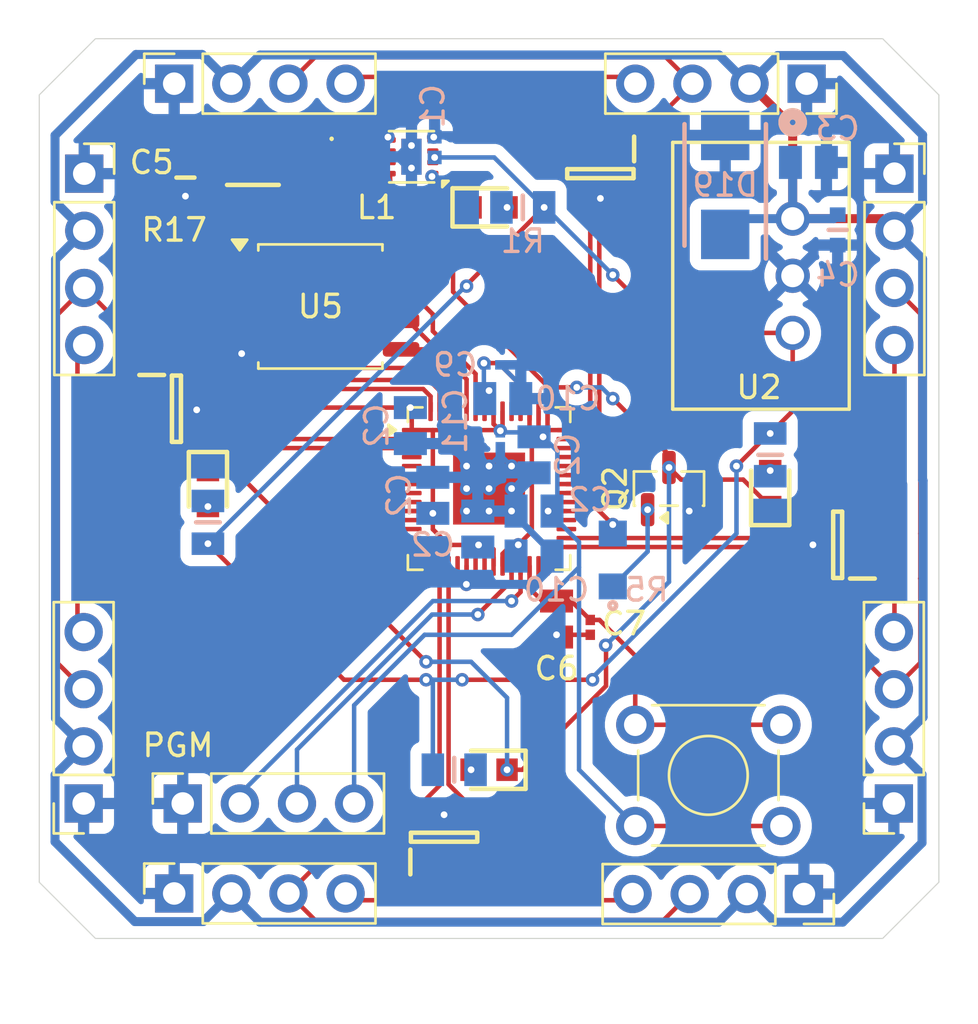
<source format=kicad_pcb>
(kicad_pcb (version 20241229) (generator "pcbnew") (generator_version "9.0")
  (layers (0 "F.Cu" signal) (2 "B.Cu" signal) (13 "F.Paste" user) (15 "B.Paste" user) (5 "F.SilkS" user "F.Silkscreen") (7 "B.SilkS" user "B.Silkscreen") (1 "F.Mask" user) (3 "B.Mask" user) (25 "Edge.Cuts" user))
  (net 0 "")
  (net 1 "/5V_LOCAL")
  (net 2 "GND")
  (net 3 "/3.3V_LOCAL")
  (net 4 "VCC")
  (net 5 "Net-(U1-VREG_VOUT)")
  (net 6 "Net-(D1-A)")
  (net 7 "Net-(D2-A)")
  (net 8 "Net-(D3-A)")
  (net 9 "Net-(D4-A)")
  (net 10 "/N_RX")
  (net 11 "/N_TX")
  (net 12 "/E_TX")
  (net 13 "/E_RX")
  (net 14 "/S_RX")
  (net 15 "/S_TX")
  (net 16 "/W_RX")
  (net 17 "/W_TX")
  (net 18 "Net-(J9-Pin_3)")
  (net 19 "Net-(J9-Pin_2)")
  (net 20 "Net-(U3-SW)")
  (net 21 "Net-(U3-PG)")
  (net 22 "Net-(U1-QSPI_SD2)")
  (net 24 "Net-(U1-QSPI_SCLK)")
  (net 26 "Net-(U1-QSPI_SS)")
  (net 27 "Net-(U1-QSPI_SD3)")
  (net 33 "Net-(U1-QSPI_SD0)")
  (net 39 "Net-(U1-QSPI_SD1)")
  (net 48 "Net-(SW1-B)")
  (net 51 "Net-(D1-K)")
  (net 53 "unconnected-(U1-GPIO11-Pad14)")
  (net 55 "Net-(U1-GPIO23)")
  (net 56 "Net-(Q2-B)")
  (footprint "SamacSys_Parts:RBT10W24S05_XPP_XPR" (layer "F.Cu") (at 148.5 43 -90)
    (property "Reference" "U2")
    (property "Value" "RBT05W24S05")
  )
  (footprint "SamacSys_Parts:LEDC1608X115N" (layer "F.Cu") (at 147.5 55 90)
    (property "Reference" "D2" (hide yes))
    (property "Value" "LED" (hide yes))
  )
  (footprint "SamacSys_Parts:LEDC1608X115N" (layer "F.Cu") (at 122.5 55 -90)
    (property "Reference" "D4" (hide yes))
    (property "Value" "LED" (hide yes))
  )
  (footprint "SamacSys_Parts:LEDC1608X115N" (layer "F.Cu") (at 135 67.5 180)
    (property "Reference" "D3" (hide yes))
    (property "Value" "LED" (hide yes))
  )
  (footprint "Button_Switch_THT:SW_TH_Tactile_Omron_B3F-100x" (layer "F.Cu") (at 148 70 180)
    (property "Reference" "SW1" (hide yes))
    (property "Value" "SW_Push_Open")
  )
  (footprint "Package_SON:WSON-8-1EP_2x2mm_P0.5mm_EP0.9x1.6mm_ThermalVias" (layer "F.Cu") (at 131.55 40.25 180)
    (property "Reference" "U3" (hide yes))
    (property "Value" "TPS62162DSG")
  )
  (footprint "Connector_PinSocket_2.54mm:PinSocket_1x04_P2.54mm_Vertical" (layer "F.Cu") (at 121.38 69 90)
    (property "Reference" "J9" (hide yes))
    (property "Value" "2.54mm_ProgrammingPin")
  )
  (footprint "SamacSys_Parts:CAPC0603X33N" (layer "F.Cu") (at 139.5 61.17 -90)
    (property "Reference" "C7")
    (property "Value" "1uF" (hide yes))
  )
  (footprint "Connector_PinSocket_2.54mm:PinSocket_1x04_P2.54mm_Vertical" (layer "F.Cu") (at 116.975 69 180)
    (property "Reference" "J8" (hide yes))
    (property "Value" "1x4_Pogo")
  )
  (footprint "Connector_PinSocket_2.54mm:PinSocket_1x04_P2.54mm_Vertical" (layer "F.Cu") (at 153 69 180)
    (property "Reference" "J4" (hide yes))
    (property "Value" "1x4_Pogo")
  )
  (footprint "SamacSys_Parts:LCENA2016MKT2R2M0NK" (layer "F.Cu") (at 128 41.2 -90)
    (property "Reference" "L1")
    (property "Value" "2.2uH" (hide yes))
  )
  (footprint "SamacSys_Parts:SOT95P248X115-3N" (layer "F.Cu") (at 150.5 57.5 180)
    (property "Reference" "D18" (hide yes))
    (property "Value" "VGSOT03C-HG3-08" (hide yes))
  )
  (footprint "SamacSys_Parts:LEDC1608X115N" (layer "F.Cu") (at 135 42.5)
    (property "Reference" "D1" (hide yes))
    (property "Value" "LED" (hide yes))
  )
  (footprint "Connector_PinSocket_2.54mm:PinSocket_1x04_P2.54mm_Vertical" (layer "F.Cu") (at 121 37 90)
    (property "Reference" "J1" (hide yes))
    (property "Value" "1x4_Pogo")
  )
  (footprint "SamacSys_Parts:GRM18x" (layer "F.Cu") (at 121.5 41.175 -90)
    (property "Reference" "C5")
    (property "Value" "22uF" (hide yes))
  )
  (footprint "SamacSys_Parts:TNPW0805100KFHEA" (layer "F.Cu") (at 124.5 41.5 -90)
    (property "Reference" "R17")
    (property "Value" "100k" (hide yes))
  )
  (footprint "Connector_PinSocket_2.54mm:PinSocket_1x04_P2.54mm_Vertical" (layer "F.Cu") (at 149.12 37 -90)
    (property "Reference" "J2" (hide yes))
    (property "Value" "1x4_Pogo")
  )
  (footprint "SamacSys_Parts:SOT95P248X115-3N" (layer "F.Cu") (at 121.1 51.45)
    (property "Reference" "D21" (hide yes))
    (property "Value" "VGSOT03C-HG3-08" (hide yes))
  )
  (footprint "Package_SO:SOIC-8_5.3x5.3mm_P1.27mm" (layer "F.Cu") (at 127.5 46.905)
    (property "Reference" "U5")
    (property "Value" "W25Q16JVSS")
  )
  (footprint "Connector_PinSocket_2.54mm:PinSocket_1x04_P2.54mm_Vertical" (layer "F.Cu") (at 149 73.025 -90)
    (property "Reference" "J6" (hide yes))
    (property "Value" "1x4_Pogo")
  )
  (footprint "Package_TO_SOT_SMD:SOT-23" (layer "F.Cu") (at 143 55 90)
    (property "Reference" "Q2")
    (property "Value" "MMBT3904")
  )
  (footprint "Package_DFN_QFN:QFN-56-1EP_7x7mm_P0.4mm_EP3.2x3.2mm" (layer "F.Cu") (at 135 55)
    (property "Reference" "U1" (hide yes))
    (property "Value" "RP2040")
  )
  (footprint "SamacSys_Parts:CAPC2012X140N" (layer "F.Cu") (at 138 60.8 -90)
    (property "Reference" "C6")
    (property "Value" "0.1uF" (hide yes))
  )
  (footprint "Connector_PinSocket_2.54mm:PinSocket_1x04_P2.54mm_Vertical" (layer "F.Cu") (at 121 73 90)
    (property "Reference" "J5" (hide yes))
    (property "Value" "1x4_Pogo")
  )
  (footprint "SamacSys_Parts:SOT95P248X115-3N" (layer "F.Cu") (at 139.95 41 -90)
    (property "Reference" "D17" (hide yes))
    (property "Value" "VGSOT03C-HG3-08" (hide yes))
  )
  (footprint "SamacSys_Parts:SOT95P248X115-3N" (layer "F.Cu") (at 133 70.5 90)
    (property "Reference" "D20" (hide yes))
    (property "Value" "VGSOT03C-HG3-08" (hide yes))
  )
  (footprint "Connector_PinSocket_2.54mm:PinSocket_1x04_P2.54mm_Vertical" (layer "F.Cu") (at 117 41)
    (property "Reference" "J7" (hide yes))
    (property "Value" "1x4_Pogo")
  )
  (footprint "Connector_PinSocket_2.54mm:PinSocket_1x04_P2.54mm_Vertical" (layer "F.Cu") (at 153.025 41)
    (property "Reference" "J3" (hide yes))
    (property "Value" "1x4_Pogo")
  )
  (footprint "SamacSys_Parts:CAPC2012X140N" (layer "B.Cu") (at 131.5 52.2 -90)
    (property "Reference" "C2")
    (property "Value" "0.1uF" (hide yes))
  )
  (footprint "SamacSys_Parts:CAPC2012X140N" (layer "B.Cu") (at 137 53.5 -90)
    (property "Reference" "C2")
    (property "Value" "0.1uF" (hide yes))
  )
  (footprint "SamacSys_Parts:CAPC1005X70N" (layer "B.Cu") (at 132.58 39.82 90)
    (property "Reference" "C1")
    (property "Value" "10uF" (hide yes))
  )
  (footprint "SamacSys_Parts:CAPC2012X140N" (layer "B.Cu") (at 134.5 56.8 90)
    (property "Reference" "C2")
    (property "Value" "0.1uF" (hide yes))
  )
  (footprint "SamacSys_Parts:CAPC0603X33N" (layer "B.Cu") (at 135.17 49.5)
    (property "Reference" "C9")
    (property "Value" "1uF" (hide yes))
  )
  (footprint "SamacSys_Parts:CRCW1210200RJNEAIF" (layer "B.Cu") (at 136.5 42.5 180)
    (property "Reference" "R1")
    (property "Value" "200" (hide yes))
  )
  (footprint "SamacSys_Parts:CAPC2012X140N" (layer "B.Cu") (at 149.2 40.5)
    (property "Reference" "C3")
    (property "Value" "0.1uF" (hide yes))
  )
  (footprint "SamacSys_Parts:DIOM5436X244N" (layer "B.Cu") (at 145.5 41.5 90)
    (property "Reference" "D19")
    (property "Value" "SMBJ15A" (hide yes))
  )
  (footprint "SamacSys_Parts:CAPC2012X140N" (layer "B.Cu") (at 132.5 55.3 90)
    (property "Reference" "C2")
    (property "Value" "0.1uF" (hide yes))
  )
  (footprint "SamacSys_Parts:CAPC2012X140N" (layer "B.Cu") (at 135.61 51)
    (property "Reference" "C10")
    (property "Value" "0.1uF" (hide yes))
  )
  (footprint "SamacSys_Parts:CRCW1210200RJNEAIF" (layer "B.Cu") (at 147.5 53.5 -90)
    (property "Reference" "R2" (hide yes))
    (property "Value" "200" (hide yes))
  )
  (footprint "SamacSys_Parts:CAPC2012X140N" (layer "B.Cu") (at 137 58)
    (property "Reference" "C10")
    (property "Value" "0.1uF" (hide yes))
  )
  (footprint "SamacSys_Parts:CAPC2012X140N" (layer "B.Cu") (at 137 56 180)
    (property "Reference" "C2")
    (property "Value" "0.1uF" (hide yes))
  )
  (footprint "SamacSys_Parts:CRCW1210200RJNEAIF" (layer "B.Cu") (at 122.5 56.5 90)
    (property "Reference" "R4" (hide yes))
    (property "Value" "200" (hide yes))
  )
  (footprint "SamacSys_Parts:GRM18x" (layer "B.Cu") (at 150.5 43.5 -90)
    (property "Reference" "C4")
    (property "Value" "22uF" (hide yes))
  )
  (footprint "SamacSys_Parts:CRCW1210200RJNEAIF" (layer "B.Cu") (at 133.45 67.5)
    (property "Reference" "R3" (hide yes))
    (property "Value" "200" (hide yes))
  )
  (footprint "SamacSys_Parts:CAPC0603X33N" (layer "B.Cu") (at 135.5 52.83 -90)
    (property "Reference" "C11")
    (property "Value" "1uF" (hide yes))
  )
  (footprint "SamacSys_Parts:ERJ-UP6D1001V" (layer "B.Cu") (at 140.5 58.175 90)
    (property "Reference" "R5")
    (property "Value" "1k" (hide yes))
  )
  (gr_line (start 155 37.5) (end 152.5 35) (stroke (width 0.05)) (layer "Edge.Cuts"))
  (gr_line (start 117.5 75) (end 152.5 75) (stroke (width 0.05)) (layer "Edge.Cuts"))
  (gr_line (start 152.5 75) (end 155 72.5) (stroke (width 0.05)) (layer "Edge.Cuts"))
  (gr_line (start 155 72.5) (end 155 37.5) (stroke (width 0.05)) (layer "Edge.Cuts"))
  (gr_line (start 115 37.5) (end 115 72.5) (stroke (width 0.05)) (layer "Edge.Cuts"))
  (gr_line (start 152.5 35) (end 117.5 35) (stroke (width 0.05)) (layer "Edge.Cuts"))
  (gr_line (start 115 37.5) (end 117.5 35) (stroke (width 0.05)) (layer "Edge.Cuts"))
  (gr_line (start 115 72.5) (end 117.5 75) (stroke (width 0.05)) (layer "Edge.Cuts"))
  (gr_text "PGM" (at 119.5 67 0) (layer "F.SilkS") (effects (font (size 1 1)) (justify left bottom)))
  (segment (start 132.5 40) (end 132.5 40.5) (width 0.2) (layer "F.Cu") (net 1))
  (segment (start 147.45 52.55) (end 147.5 52.55) (width 0.2) (layer "F.Cu") (net 1))
  (segment (start 139.6 63.5) (end 133.8 63.5) (width 0.2) (layer "F.Cu") (net 1))
  (segment (start 132.5 40.36) (end 132.58 40.28) (width 0.2) (layer "F.Cu") (net 1))
  (segment (start 128.55 63.5) (end 122.5 57.45) (width 0.2) (layer "F.Cu") (net 1))
  (segment (start 143.081 48.08) (end 140.501 45.5) (width 0.2) (layer "F.Cu") (net 1))
  (segment (start 132.200001 63.5) (end 128.55 63.5) (width 0.2) (layer "F.Cu") (net 1))
  (segment (start 148.5 48.08) (end 143.081 48.08) (width 0.2) (layer "F.Cu") (net 1))
  (segment (start 132.5 40.5) (end 132.5 40.36) (width 0.2) (layer "F.Cu") (net 1))
  (segment (start 146 54) (end 147.45 52.55) (width 0.2) (layer "F.Cu") (net 1))
  (segment (start 148.5 48.08) (end 148.5 51.55) (width 0.2) (layer "F.Cu") (net 1))
  (segment (start 134 45.95) (end 134 46) (width 0.2) (layer "F.Cu") (net 1))
  (segment (start 137.45 42.5) (end 134 45.95) (width 0.2) (layer "F.Cu") (net 1))
  (segment (start 148.5 51.55) (end 147.5 52.55) (width 0.2) (layer "F.Cu") (net 1))
  (via (at 132.200001 63.5) (size 0.6) (drill 0.3) (layers "F.Cu" "B.Cu") (net 1))
  (via (at 122.5 57.45) (size 0.6) (drill 0.3) (layers "F.Cu" "B.Cu") (net 1))
  (via (at 132.58 40.28) (size 0.6) (drill 0.3) (layers "F.Cu" "B.Cu") (net 1))
  (via (at 140.501 45.5) (size 0.6) (drill 0.3) (layers "F.Cu" "B.Cu") (net 1))
  (via (at 146 54) (size 0.6) (drill 0.3) (layers "F.Cu" "B.Cu") (net 1))
  (via (at 133.8 63.5) (size 0.6) (drill 0.3) (layers "F.Cu" "B.Cu") (net 1))
  (via (at 137.45 42.5) (size 0.6) (drill 0.3) (layers "F.Cu" "B.Cu") (net 1))
  (via (at 134 46) (size 0.6) (drill 0.3) (layers "F.Cu" "B.Cu") (net 1))
  (via (at 139.6 63.5) (size 0.6) (drill 0.3) (layers "F.Cu" "B.Cu") (net 1))
  (via (at 147.5 52.55) (size 0.6) (drill 0.3) (layers "F.Cu" "B.Cu") (net 1))
  (segment (start 132.58 40.28) (end 135.23 40.28) (width 0.2) (layer "B.Cu") (net 1))
  (segment (start 133.95 46) (end 122.5 57.45) (width 0.2) (layer "B.Cu") (net 1))
  (segment (start 137.45 42.5) (end 137.501 42.5) (width 0.2) (layer "B.Cu") (net 1))
  (segment (start 137.501 42.5) (end 140.501 45.5) (width 0.2) (layer "B.Cu") (net 1))
  (segment (start 134 46) (end 133.95 46) (width 0.2) (layer "B.Cu") (net 1))
  (segment (start 132.5 67.5) (end 132.5 63.5) (width 0.2) (layer "B.Cu") (net 1))
  (segment (start 132.200001 63.5) (end 132.5 63.5) (width 0.2) (layer "B.Cu") (net 1))
  (segment (start 135.23 40.28) (end 137.45 42.5) (width 0.2) (layer "B.Cu") (net 1))
  (segment (start 139.6 63.4) (end 139.6 63.5) (width 0.2) (layer "B.Cu") (net 1))
  (segment (start 140 63) (end 139.6 63.4) (width 0.2) (layer "B.Cu") (net 1))
  (segment (start 146 57) (end 146 54) (width 0.2) (layer "B.Cu") (net 1))
  (segment (start 133.8 63.5) (end 132.5 63.5) (width 0.2) (layer "B.Cu") (net 1))
  (segment (start 140 63) (end 146 57) (width 0.2) (layer "B.Cu") (net 1))
  (segment (start 122.05 51.45) (end 122 51.5) (width 0.2) (layer "F.Cu") (net 2))
  (segment (start 139.5 61.5) (end 138.1 61.5) (width 0.2) (layer "F.Cu") (net 2))
  (segment (start 123.9125 48.9125) (end 124 49) (width 0.2) (layer "F.Cu") (net 2))
  (segment (start 122.2 51.45) (end 122.05 51.45) (width 0.2) (layer "F.Cu") (net 2))
  (segment (start 133 69.4) (end 133 69.5) (width 0.2) (layer "F.Cu") (net 2))
  (segment (start 134 59.248125) (end 133.990306 59.257819) (width 0.2) (layer "F.Cu") (net 2))
  (segment (start 143.95 55.95) (end 143.9 56) (width 0.2) (layer "F.Cu") (net 2))
  (segment (start 138.1 61.5) (end 138 61.6) (width 0.2) (layer "F.Cu") (net 2))
  (segment (start 132.5 39.413845) (end 132.538845 39.375) (width 0.2) (layer "F.Cu") (net 2))
  (segment (start 130.6 39.5) (end 130.6 39.471638) (width 0.2) (layer "F.Cu") (net 2))
  (segment (start 121.5 41.85) (end 121.5 42) (width 0.2) (layer "F.Cu") (net 2))
  (segment (start 138 61.6) (end 138 61.5) (width 0.2) (layer "F.Cu") (net 2))
  (segment (start 123.9125 48.81) (end 123.9125 48.9125) (width 0.2) (layer "F.Cu") (net 2))
  (segment (start 143.95 55.9375) (end 143.95 55.95) (width 0.2) (layer "F.Cu") (net 2))
  (segment (start 134 58.4375) (end 134 59.248125) (width 0.2) (layer "F.Cu") (net 2))
  (segment (start 132.5 39.5) (end 132.5 39.413845) (width 0.2) (layer "F.Cu") (net 2))
  (segment (start 132.5 41.086137) (end 132.461137 41.125) (width 0.2) (layer "F.Cu") (net 2))
  (segment (start 132.5 41) (end 132.5 41.086137) (width 0.2) (layer "F.Cu") (net 2))
  (segment (start 130.6 39.471638) (end 130.503362 39.375) (width 0.2) (layer "F.Cu") (net 2))
  (via (at 135 56) (size 0.6) (drill 0.3) (layers "F.Cu" "B.Cu") (net 2))
  (via (at 132.538845 39.375) (size 0.6) (drill 0.3) (layers "F.Cu" "B.Cu") (net 2))
  (via (at 132.461137 41.125) (size 0.6) (drill 0.3) (layers "F.Cu" "B.Cu") (net 2))
  (via (at 134 54) (size 0.6) (drill 0.3) (layers "F.Cu" "B.Cu") (net 2))
  (via (at 149.4 57.5) (size 0.6) (drill 0.3) (layers "F.Cu" "B.Cu") (net 2))
  (via (at 134 56) (size 0.6) (drill 0.3) (layers "F.Cu" "B.Cu") (net 2))
  (via (at 136 55) (size 0.6) (drill 0.3) (layers "F.Cu" "B.Cu") (net 2))
  (via (at 136 56) (size 0.6) (drill 0.3) (layers "F.Cu" "B.Cu") (net 2))
  (via (at 122 51.5) (size 0.6) (drill 0.3) (layers "F.Cu" "B.Cu") (net 2))
  (via (at 135 55) (size 0.6) (drill 0.3) (layers "F.Cu" "B.Cu") (net 2))
  (via (at 143.9 56) (size 0.6) (drill 0.3) (layers "F.Cu" "B.Cu") (net 2))
  (via (at 133.990306 59.257819) (size 0.6) (drill 0.3) (layers "F.Cu" "B.Cu") (net 2))
  (via (at 135 54) (size 0.6) (drill 0.3) (layers "F.Cu" "B.Cu") (net 2))
  (via (at 130.503362 39.375) (size 0.6) (drill 0.3) (layers "F.Cu" "B.Cu") (net 2))
  (via (at 136 54) (size 0.6) (drill 0.3) (layers "F.Cu" "B.Cu") (net 2))
  (via (at 121.5 42) (size 0.6) (drill 0.3) (layers "F.Cu" "B.Cu") (net 2))
  (via (at 134 55) (size 0.6) (drill 0.3) (layers "F.Cu" "B.Cu") (net 2))
  (via (at 138 61.5) (size 0.6) (drill 0.3) (layers "F.Cu" "B.Cu") (net 2))
  (via (at 139.95 42.1) (size 0.6) (drill 0.3) (layers "F.Cu" "B.Cu") (net 2))
  (via (at 124 49) (size 0.6) (drill 0.3) (layers "F.Cu" "B.Cu") (net 2))
  (via (at 133 69.5) (size 0.6) (drill 0.3) (layers "F.Cu" "B.Cu") (net 2))
  (segment (start 136.2 55.1) (end 137 54.3) (width 0.6) (layer "B.Cu") (net 2))
  (segment (start 137.8 58) (end 137.8 58.447) (width 0.4) (layer "B.Cu") (net 2))
  (segment (start 136.989181 59.257819) (end 133.990306 59.257819) (width 0.4) (layer "B.Cu") (net 2))
  (segment (start 137.8 58.447) (end 136.989181 59.257819) (width 0.4) (layer "B.Cu") (net 2))
  (segment (start 136.41 51) (end 136.41 50.41) (width 0.2) (layer "B.Cu") (net 2))
  (segment (start 135.5 53.5) (end 135 54) (width 0.2) (layer "B.Cu") (net 2))
  (segment (start 135.5 53.5) (end 136 54) (width 0.2) (layer "B.Cu") (net 2))
  (segment (start 136.2 56.247) (end 136.2 56) (width 0.2) (layer "B.Cu") (net 2))
  (segment (start 137.8 57.847) (end 136.2 56.247) (width 0.3) (layer "B.Cu") (net 2))
  (segment (start 136.41 50.41) (end 135.5 49.5) (width 0.2) (layer "B.Cu") (net 2))
  (segment (start 136.2 56) (end 136.2 55.1) (width 0.6) (layer "B.Cu") (net 2))
  (segment (start 135.5 53.16) (end 135.5 53.5) (width 0.2) (layer "B.Cu") (net 2))
  (segment (start 132.5 56.1) (end 132.5 52.4) (width 0.2) (layer "F.Cu") (net 3))
  (segment (start 135.600001 51.5625) (end 135.600001 52.329997) (width 0.2) (layer "F.Cu") (net 3))
  (segment (start 131.5625 52.4) (end 132.5 52.4) (width 0.2) (layer "F.Cu") (net 3))
  (segment (start 135.600001 52.329997) (end 135.5 52.429998) (width 0.2) (layer "F.Cu") (net 3))
  (segment (start 124.5 40) (end 124 40) (width 0.2) (layer "F.Cu") (net 3))
  (segment (start 132.5 56.81) (end 133.196166 57.506166) (width 0.2) (layer "F.Cu") (net 3))
  (segment (start 135.470002 52.4) (end 135.5 52.429998) (width 0.2) (layer "F.Cu") (net 3))
  (segment (start 131.5625 56) (end 132.4 56) (width 0.2) (layer "F.Cu") (net 3))
  (segment (start 124 40) (end 123.5 40.5) (width 0.2) (layer "F.Cu") (net 3))
  (segment (start 133.196166 57.506166) (end 134.533207 57.506166) (width 0.2) (layer "F.Cu") (net 3))
  (segment (start 132.5 52.4) (end 135.470002 52.4) (width 0.2) (layer "F.Cu") (net 3))
  (segment (start 141.5 70) (end 148 70) (width 0.2) (layer "F.Cu") (net 3))
  (segment (start 135.2 52.129998) (end 135.5 52.429998) (width 0.2) (layer "F.Cu") (net 3))
  (segment (start 137.199999 52.499999) (end 137.4 52.7) (width 0.2) (layer "F.Cu") (net 3))
  (segment (start 138.4375 52.4) (end 137.7 52.4) (width 0.2) (layer "F.Cu") (net 3))
  (segment (start 137.199999 51.5625) (end 137.199999 52.499999) (width 0.2) (layer "F.Cu") (net 3))
  (segment (start 123.5 40.5) (end 121.5 40.5) (width 0.2) (layer "F.Cu") (net 3))
  (segment (start 131.5625 51.4625) (end 131.5 51.4) (width 0.2) (layer "F.Cu") (net 3))
  (segment (start 128.4 40) (end 130.6 40) (width 0.2) (layer "F.Cu") (net 3))
  (segment (start 121.997 42.503) (end 124.5 40) (width 0.2) (layer "F.Cu") (net 3))
  (segment (start 137.6 51.5625) (end 137.6 52.5) (width 0.2) (layer "F.Cu") (net 3))
  (segment (start 122.871 44.374) (end 121.997 43.5) (width 0.2) (layer "F.Cu") (net 3))
  (segment (start 137.7 52.4) (end 137.4 52.7) (width 0.2) (layer "F.Cu") (net 3))
  (segment (start 121.997 49.50119) (end 121.997 43.5) (width 0.2) (layer "F.Cu") (net 3))
  (segment (start 128 40.4) (end 124.9 40.4) (width 0.2) (layer "F.Cu") (net 3))
  (segment (start 131.0875 45) (end 130.4615 44.374) (width 0.2) (layer "F.Cu") (net 3))
  (segment (start 130.4615 44.374) (end 122.871 44.374) (width 0.2) (layer "F.Cu") (net 3))
  (segment (start 131.5 51.4) (end 123.89581 51.4) (width 0.2) (layer "F.Cu") (net 3))
  (segment (start 135.2 57.7) (end 135.006166 57.506166) (width 0.2) (layer "F.Cu") (net 3))
  (segment (start 121.997 43.5) (end 121.997 42.503) (width 0.2) (layer "F.Cu") (net 3))
  (segment (start 135.2 58.4375) (end 135.2 57.7) (width 0.2) (layer "F.Cu") (net 3))
  (segment (start 138.4375 56) (end 137.624832 56) (width 0.2) (layer "F.Cu") (net 3))
  (segment (start 132.5 56.1) (end 132.5 56.81) (width 0.2) (layer "F.Cu") (net 3))
  (segment (start 137.624832 56) (end 137.624698 56.000134) (width 0.2) (layer "F.Cu") (net 3))
  (segment (start 135.006166 57.506166) (end 134.533207 57.506166) (width 0.2) (layer "F.Cu") (net 3))
  (segment (start 131.5625 52.4) (end 131.5625 51.4625) (width 0.2) (layer "F.Cu") (net 3))
  (segment (start 137.6 52.5) (end 137.4 52.7) (width 0.2) (layer "F.Cu") (net 3))
  (segment (start 123.89581 51.4) (end 121.997 49.50119) (width 0.2) (layer "F.Cu") (net 3))
  (segment (start 124.9 40.4) (end 124.5 40) (width 0.2) (layer "F.Cu") (net 3))
  (segment (start 132.4 56) (end 132.5 56.1) (width 0.2) (layer "F.Cu") (net 3))
  (segment (start 128 40.4) (end 128.4 40) (width 0.2) (layer "F.Cu") (net 3))
  (segment (start 135.2 51.5625) (end 135.2 52.129998) (width 0.2) (layer "F.Cu") (net 3))
  (via (at 137.4 52.7) (size 0.6) (drill 0.3) (layers "F.Cu" "B.Cu") (net 3))
  (via (at 134.533207 57.506166) (size 0.6) (drill 0.3) (layers "F.Cu" "B.Cu") (net 3))
  (via (at 132.5 56.1) (size 0.6) (drill 0.3) (layers "F.Cu" "B.Cu") (net 3))
  (via (at 131.5 51.4) (size 0.6) (drill 0.3) (layers "F.Cu" "B.Cu") (net 3))
  (via (at 137.624698 56.000134) (size 0.6) (drill 0.3) (layers "F.Cu" "B.Cu") (net 3))
  (via (at 135.5 52.429998) (size 0.6) (drill 0.3) (layers "F.Cu" "B.Cu") (net 3))
  (segment (start 139 58.5) (end 139 67.5) (width 0.2) (layer "B.Cu") (net 3))
  (segment (start 135.5 52.5) (end 136.8 52.5) (width 0.2) (layer "B.Cu") (net 3))
  (segment (start 139 58.5) (end 136 61.5) (width 0.2) (layer "B.Cu") (net 3))
  (segment (start 137.624698 56.000134) (end 139 57.375436) (width 0.2) (layer "B.Cu") (net 3))
  (segment (start 136.8 52.5) (end 137 52.7) (width 0.2) (layer "B.Cu") (net 3))
  (segment (start 139 67.5) (end 141.5 70) (width 0.2) (layer "B.Cu") (net 3))
  (segment (start 138.036 55.588832) (end 138.036 53.336) (width 0.2) (layer "B.Cu") (net 3))
  (segment (start 129 64.6342) (end 129 69) (width 0.2) (layer "B.Cu") (net 3))
  (segment (start 136 61.5) (end 132.1342 61.5) (width 0.2) (layer "B.Cu") (net 3))
  (segment (start 138.036 53.336) (end 137.4 52.7) (width 0.2) (layer "B.Cu") (net 3))
  (segment (start 132.1342 61.5) (end 129 64.6342) (width 0.2) (layer "B.Cu") (net 3))
  (segment (start 139 57.375436) (end 139 58.5) (width 0.2) (layer "B.Cu") (net 3))
  (segment (start 137.624698 56.000134) (end 138.036 55.588832) (width 0.2) (layer "B.Cu") (net 3))
  (segment (start 152.485 43) (end 153.025 43.54) (width 0.4) (layer "F.Cu") (net 4))
  (segment (start 148.5 43) (end 148.5 38.92) (width 0.4) (layer "F.Cu") (net 4))
  (segment (start 148.5 43) (end 152.485 43) (width 0.4) (layer "F.Cu") (net 4))
  (segment (start 148.5 38.92) (end 146.58 37) (width 0.4) (layer "F.Cu") (net 4))
  (segment (start 146.5 37) (end 145.224 35.724) (width 0.4) (layer "B.Cu") (net 4))
  (segment (start 153.025 43.54) (end 154.276 44.791) (width 0.4) (layer "B.Cu") (net 4))
  (segment (start 124.816 35.724) (end 123.54 37) (width 0.4) (layer "B.Cu") (net 4))
  (segment (start 150.749 35.749) (end 152.25 37.25) (width 0.4) (layer "B.Cu") (net 4))
  (segment (start 153 66.46) (end 154.251 67.711) (width 0.4) (layer "B.Cu") (net 4))
  (segment (start 119.251 74.251) (end 115.701 70.701) (width 0.4) (layer "B.Cu") (net 4))
  (segment (start 123.54 73) (end 122.289 74.251) (width 0.4) (layer "B.Cu") (net 4))
  (segment (start 154.299 65.161) (end 153 66.46) (width 0.4) (layer "B.Cu") (net 4))
  (segment (start 154.276 39.276) (end 154.276 42.289) (width 0.4) (layer "B.Cu") (net 4))
  (segment (start 122.241 35.701) (end 123.54 37) (width 0.4) (layer "B.Cu") (net 4))
  (segment (start 150.325 43) (end 150.5 42.825) (width 0.4) (layer "B.Cu") (net 4))
  (segment (start 146.46 73.025) (end 145.209 74.276) (width 0.4) (layer "B.Cu") (net 4))
  (segment (start 146.58 37) (end 146.5 37) (width 0.4) (layer "B.Cu") (net 4))
  (segment (start 146.58 37) (end 147.831 35.749) (width 0.4) (layer "B.Cu") (net 4))
  (segment (start 147.711 74.276) (end 146.46 73.025) (width 0.4) (layer "B.Cu") (net 4))
  (segment (start 154.276 54.624) (end 154.299 54.647) (width 0.4) (layer "B.Cu") (net 4))
  (segment (start 154.251 70.749) (end 150.724 74.276) (width 0.4) (layer "B.Cu") (net 4))
  (segment (start 154.276 42.289) (end 153.025 43.54) (width 0.4) (layer "B.Cu") (net 4))
  (segment (start 150.724 74.276) (end 147.711 74.276) (width 0.4) (layer "B.Cu") (net 4))
  (segment (start 154.251 67.711) (end 154.251 70.749) (width 0.4) (layer "B.Cu") (net 4))
  (segment (start 124.816 74.276) (end 123.54 73) (width 0.4) (layer "B.Cu") (net 4))
  (segment (start 116.975 66.46) (end 115.724 65.209) (width 0.4) (layer "B.Cu") (net 4))
  (segment (start 115.701 70.701) (end 115.701 67.734) (width 0.4) (layer "B.Cu") (net 4))
  (segment (start 115.701 39.299) (end 119.299 35.701) (width 0.4) (layer "B.Cu") (net 4))
  (segment (start 148.5 43) (end 150.325 43) (width 0.4) (layer "B.Cu") (net 4))
  (segment (start 148.5 43) (end 148.5 40.6) (width 0.4) (layer "B.Cu") (net 4))
  (segment (start 147.831 35.749) (end 150.749 35.749) (width 0.4) (layer "B.Cu") (net 4))
  (segment (start 154.299 54.647) (end 154.299 65.161) (width 0.4) (layer "B.Cu") (net 4))
  (segment (start 154.276 44.791) (end 154.276 54.624) (width 0.4) (layer "B.Cu") (net 4))
  (segment (start 148.5 40.6) (end 148.4 40.5) (width 0.4) (layer "B.Cu") (net 4))
  (segment (start 115.724 65.209) (end 115.724 44.816) (width 0.4) (layer "B.Cu") (net 4))
  (segment (start 119.299 35.701) (end 122.241 35.701) (width 0.4) (layer "B.Cu") (net 4))
  (segment (start 146.2 43) (end 145.5 43.7) (width 0.4) (layer "B.Cu") (net 4))
  (segment (start 122.289 74.251) (end 119.251 74.251) (width 0.4) (layer "B.Cu") (net 4))
  (segment (start 115.701 67.734) (end 116.975 66.46) (width 0.4) (layer "B.Cu") (net 4))
  (segment (start 152.25 37.25) (end 154.276 39.276) (width 0.4) (layer "B.Cu") (net 4))
  (segment (start 115.724 44.816) (end 117 43.54) (width 0.4) (layer "B.Cu") (net 4))
  (segment (start 115.701 42.241) (end 115.701 39.299) (width 0.4) (layer "B.Cu") (net 4))
  (segment (start 145.209 74.276) (end 124.816 74.276) (width 0.4) (layer "B.Cu") (net 4))
  (segment (start 117 43.54) (end 115.701 42.241) (width 0.4) (layer "B.Cu") (net 4))
  (segment (start 145.224 35.724) (end 124.816 35.724) (width 0.4) (layer "B.Cu") (net 4))
  (segment (start 148.5 43) (end 146.2 43) (width 0.4) (layer "B.Cu") (net 4))
  (segment (start 136.3 57.5) (end 136.302 57.5) (width 0.2) (layer "F.Cu") (net 5))
  (segment (start 135.600001 57.899999) (end 136 57.5) (width 0.2) (layer "F.Cu") (net 5))
  (segment (start 136 57.5) (end 136.3 57.5) (width 0.2) (layer "F.Cu") (net 5))
  (segment (start 136.8 52.998) (end 136.901 53.099) (width 0.2) (layer "F.Cu") (net 5))
  (segment (start 136.901 53.099) (end 136.901 56.901) (width 0.2) (layer "F.Cu") (net 5))
  (segment (start 136.8 51.5625) (end 136.8 50.8) (width 0.2) (layer "F.Cu") (net 5))
  (segment (start 134.8 51.5625) (end 134.8 50.845228) (width 0.2) (layer "F.Cu") (net 5))
  (segment (start 136.8 50.8) (end 135.421471 49.421471) (width 0.2) (layer "F.Cu") (net 5))
  (segment (start 136.8 51.5625) (end 136.8 52.998) (width 0.2) (layer "F.Cu") (net 5))
  (segment (start 134.8 50.845228) (end 134.999999 50.645229) (width 0.2) (layer "F.Cu") (net 5))
  (segment (start 135.600001 58.4375) (end 135.600001 57.899999) (width 0.2) (layer "F.Cu") (net 5))
  (segment (start 135.421471 49.421471) (end 134.77 49.421471) (width 0.2) (layer "F.Cu") (net 5))
  (segment (start 136.302 57.5) (end 136.901 56.901) (width 0.2) (layer "F.Cu") (net 5))
  (via (at 134.77 49.421471) (size 0.6) (drill 0.3) (layers "F.Cu" "B.Cu") (net 5))
  (via (at 134.999999 50.645229) (size 0.6) (drill 0.3) (layers "F.Cu" "B.Cu") (net 5))
  (via (at 136.3 57.5) (size 0.6) (drill 0.3) (layers "F.Cu" "B.Cu") (net 5))
  (segment (start 134.77 50.41523) (end 134.999999 50.645229) (width 0.2) (layer "B.Cu") (net 5))
  (segment (start 134.77 49.421471) (end 134.77 50.41523) (width 0.2) (layer "B.Cu") (net 5))
  (via (at 135.8 42.5) (size 0.6) (drill 0.3) (layers "F.Cu" "B.Cu") (net 6))
  (segment (start 135.55 42.5) (end 135.8 42.5) (width 0.2) (layer "B.Cu") (net 6))
  (via (at 147.5 54.2) (size 0.6) (drill 0.3) (layers "F.Cu" "B.Cu") (net 7))
  (segment (start 147.5 54.45) (end 147.5 54.2) (width 0.2) (layer "B.Cu") (net 7))
  (via (at 134.2 67.5) (size 0.6) (drill 0.3) (layers "F.Cu" "B.Cu") (net 8))
  (segment (start 134.4 67.5) (end 134.2 67.5) (width 0.2) (layer "B.Cu") (net 8))
  (via (at 122.5 55.8) (size 0.6) (drill 0.3) (layers "F.Cu" "B.Cu") (net 9))
  (segment (start 122.5 55.55) (end 122.5 55.8) (width 0.2) (layer "B.Cu") (net 9))
  (segment (start 139 42.5) (end 139.5 43) (width 0.2) (layer "F.Cu") (net 10))
  (segment (start 139.5 54) (end 139.100001 54.399999) (width 0.2) (layer "F.Cu") (net 10))
  (segment (start 139 39.9) (end 139 36.699) (width 0.2) (layer "F.Cu") (net 10))
  (segment (start 141.199 36.699) (end 141.5 37) (width 0.2) (layer "F.Cu") (net 10))
  (segment (start 139.100001 54.399999) (end 138.4375 54.399999) (width 0.2) (layer "F.Cu") (net 10))
  (segment (start 139 36.699) (end 128.921 36.699) (width 0.2) (layer "F.Cu") (net 10))
  (segment (start 128.921 36.699) (end 128.62 37) (width 0.2) (layer "F.Cu") (net 10))
  (segment (start 139 39.9) (end 139 42.5) (width 0.2) (layer "F.Cu") (net 10))
  (segment (start 139 36.699) (end 141.199 36.699) (width 0.2) (layer "F.Cu") (net 10))
  (segment (start 139.5 43) (end 139.5 54) (width 0.2) (layer "F.Cu") (net 10))
  (segment (start 138.4375 54.8) (end 139.265102 54.8) (width 0.2) (layer "F.Cu") (net 11))
  (segment (start 141.14 39.9) (end 144.04 37) (width 0.2) (layer "F.Cu") (net 11))
  (segment (start 142.864 35.824) (end 144.04 37) (width 0.2) (layer "F.Cu") (net 11))
  (segment (start 139.901 54.1661) (end 139.901 43.599) (width 0.2) (layer "F.Cu") (net 11))
  (segment (start 140.9 42.6) (end 140.9 39.9) (width 0.2) (layer "F.Cu") (net 11))
  (segment (start 127.256 35.824) (end 142.864 35.824) (width 0.2) (layer "F.Cu") (net 11))
  (segment (start 139.266101 54.800999) (end 139.901 54.1661) (width 0.2) (layer "F.Cu") (net 11))
  (segment (start 127.256 35.824) (end 126.08 37) (width 0.2) (layer "F.Cu") (net 11))
  (segment (start 139.901 43.599) (end 140.9 42.6) (width 0.2) (layer "F.Cu") (net 11))
  (segment (start 140.9 39.9) (end 141.14 39.9) (width 0.2) (layer "F.Cu") (net 11))
  (segment (start 139.265102 54.8) (end 139.266101 54.800999) (width 0.2) (layer "F.Cu") (net 11))
  (segment (start 154.176 62.744) (end 153 63.92) (width 0.2) (layer "F.Cu") (net 12))
  (segment (start 154.176 47.231) (end 154.176 57) (width 0.2) (layer "F.Cu") (net 12))
  (segment (start 151.449 58.601) (end 151.6 58.45) (width 0.2) (layer "F.Cu") (net 12))
  (segment (start 154.176 57) (end 154.176 58.998765) (width 0.2) (layer "F.Cu") (net 12))
  (segment (start 151.6 62.52) (end 151.6 58.45) (width 0.2) (layer "F.Cu") (net 12))
  (segment (start 148.1 57.6) (end 149.101 58.601) (width 0.2) (layer "F.Cu") (net 12))
  (segment (start 154.176 59) (end 154.176 62.744) (width 0.2) (layer "F.Cu") (net 12))
  (segment (start 151.6 62.52) (end 153 63.92) (width 0.2) (layer "F.Cu") (net 12))
  (segment (start 153.025 46.08) (end 154.176 47.231) (width 0.2) (layer "F.Cu") (net 12))
  (segment (start 138.4375 57.6) (end 148.1 57.6) (width 0.2) (layer "F.Cu") (net 12))
  (segment (start 154.174765 59) (end 154.176 59) (width 0.2) (layer "F.Cu") (net 12))
  (segment (start 149.101 58.601) (end 151.449 58.601) (width 0.2) (layer "F.Cu") (net 12))
  (segment (start 154.176 58.998765) (end 154.174765 59) (width 0.2) (layer "F.Cu") (net 12))
  (segment (start 153.025 56.5) (end 153.025 57) (width 0.2) (layer "F.Cu") (net 13))
  (segment (start 148.898 56.55) (end 151.6 56.55) (width 0.2) (layer "F.Cu") (net 13))
  (segment (start 153.025 48.62) (end 153.025 56.5) (width 0.2) (layer "F.Cu") (net 13))
  (segment (start 153.025 61.355) (end 153 61.38) (width 0.2) (layer "F.Cu") (net 13))
  (segment (start 152.975 56.55) (end 153.025 56.5) (width 0.2) (layer "F.Cu") (net 13))
  (segment (start 148.248001 57.199999) (end 148.898 56.55) (width 0.2) (layer "F.Cu") (net 13))
  (segment (start 138.4375 57.199999) (end 148.248001 57.199999) (width 0.2) (layer "F.Cu") (net 13))
  (segment (start 151.6 56.55) (end 152.975 56.55) (width 0.2) (layer "F.Cu") (net 13))
  (segment (start 153.025 57) (end 153.025 61.355) (width 0.2) (layer "F.Cu") (net 13))
  (segment (start 134 73.301) (end 141.104 73.301) (width 0.2) (layer "F.Cu") (net 14))
  (segment (start 133.95 68.898) (end 133.95 71.6) (width 0.2) (layer "F.Cu") (net 14))
  (segment (start 128.921 73.301) (end 128.62 73) (width 0.2) (layer "F.Cu") (net 14))
  (segment (start 132.5 73.301) (end 128.921 73.301) (width 0.2) (layer "F.Cu") (net 14))
  (segment (start 133.95 73.251) (end 134 73.301) (width 0.2) (layer "F.Cu") (net 14))
  (segment (start 132.5 73.301) (end 134 73.301) (width 0.2) (layer "F.Cu") (net 14))
  (segment (start 133.2 68.148) (end 133.95 68.898) (width 0.2) (layer "F.Cu") (net 14))
  (segment (start 133.2 58.4375) (end 133.2 68.148) (width 0.2) (layer "F.Cu") (net 14))
  (segment (start 141.104 73.301) (end 141.38 73.025) (width 0.2) (layer "F.Cu") (net 14))
  (segment (start 133.95 71.6) (end 133.95 73.251) (width 0.2) (layer "F.Cu") (net 14))
  (segment (start 143.92 73.025) (end 142.769 74.176) (width 0.2) (layer "F.Cu") (net 15))
  (segment (start 132.05 68.95) (end 132.05 71.6) (width 0.2) (layer "F.Cu") (net 15))
  (segment (start 132.800001 58.4375) (end 132.800001 68.199999) (width 0.2) (layer "F.Cu") (net 15))
  (segment (start 142.769 74.176) (end 127.256 74.176) (width 0.2) (layer "F.Cu") (net 15))
  (segment (start 132.800001 68.199999) (end 132.05 68.95) (width 0.2) (layer "F.Cu") (net 15))
  (segment (start 126.08 73) (end 127.48 71.6) (width 0.2) (layer "F.Cu") (net 15))
  (segment (start 127.48 71.6) (end 132.05 71.6) (width 0.2) (layer "F.Cu") (net 15))
  (segment (start 127.256 74.176) (end 126.08 73) (width 0.2) (layer "F.Cu") (net 15))
  (segment (start 119.9 52.5) (end 120 52.4) (width 0.2) (layer "F.Cu") (net 16))
  (segment (start 120.8 53.2) (end 120 52.4) (width 0.2) (layer "F.Cu") (net 16))
  (segment (start 116.699 52.5) (end 116.699 48.921) (width 0.2) (layer "F.Cu") (net 16))
  (segment (start 131.5625 53.2) (end 120.8 53.2) (width 0.2) (layer "F.Cu") (net 16))
  (segment (start 116.699 48.921) (end 117 48.62) (width 0.2) (layer "F.Cu") (net 16))
  (segment (start 116.699 52.5) (end 119.9 52.5) (width 0.2) (layer "F.Cu") (net 16))
  (segment (start 116.699 52.5) (end 116.699 61.104) (width 0.2) (layer "F.Cu") (net 16))
  (segment (start 116.699 61.104) (end 116.975 61.38) (width 0.2) (layer "F.Cu") (net 16))
  (segment (start 131.5625 52.800001) (end 122.098001 52.800001) (width 0.2) (layer "F.Cu") (net 17))
  (segment (start 115.824 62.769) (end 116.975 63.92) (width 0.2) (layer "F.Cu") (net 17))
  (segment (start 115.824 47.256) (end 115.824 62.769) (width 0.2) (layer "F.Cu") (net 17))
  (segment (start 120 49.08) (end 117 46.08) (width 0.2) (layer "F.Cu") (net 17))
  (segment (start 120 50.702) (end 120 50.5) (width 0.2) (layer "F.Cu") (net 17))
  (segment (start 120 50.5) (end 120 49.08) (width 0.2) (layer "F.Cu") (net 17))
  (segment (start 117 46.08) (end 115.824 47.256) (width 0.2) (layer "F.Cu") (net 17))
  (segment (start 122.098001 52.800001) (end 120 50.702) (width 0.2) (layer "F.Cu") (net 17))
  (segment (start 136 59.1) (end 134.5 60.6) (width 0.2) (layer "F.Cu") (net 18))
  (segment (start 136 58.4375) (end 136 59.1) (width 0.2) (layer "F.Cu") (net 18))
  (via (at 134.5 60.6) (size 0.6) (drill 0.3) (layers "F.Cu" "B.Cu") (net 18))
  (segment (start 126.46 66.6071) (end 132.4671 60.6) (width 0.2) (layer "B.Cu") (net 18))
  (segment (start 126.46 69) (end 126.46 66.6071) (width 0.2) (layer "B.Cu") (net 18))
  (segment (start 132.4671 60.6) (end 134.5 60.6) (width 0.2) (layer "B.Cu") (net 18))
  (segment (start 136.4 59.6) (end 136.4 58.4375) (width 0.2) (layer "F.Cu") (net 19))
  (segment (start 136 60) (end 136.4 59.6) (width 0.2) (layer "F.Cu") (net 19))
  (via (at 136 60) (size 0.6) (drill 0.3) (layers "F.Cu" "B.Cu") (net 19))
  (segment (start 132.5 60) (end 136 60) (width 0.2) (layer "B.Cu") (net 19))
  (segment (start 123.92 68.58) (end 132.5 60) (width 0.2) (layer "B.Cu") (net 19))
  (segment (start 123.92 69) (end 123.92 68.58) (width 0.2) (layer "B.Cu") (net 19))
  (segment (start 130 40.5) (end 130.6 40.5) (width 0.2) (layer "F.Cu") (net 20))
  (segment (start 128.5 42) (end 130 40.5) (width 0.2) (layer "F.Cu") (net 20))
  (segment (start 128 42) (end 128.5 42) (width 0.2) (layer "F.Cu") (net 20))
  (segment (start 128.902 43) (end 130.6 41.302) (width 0.2) (layer "F.Cu") (net 21))
  (segment (start 124.5 43) (end 128.902 43) (width 0.2) (layer "F.Cu") (net 21))
  (segment (start 130.6 41.302) (end 130.6 41) (width 0.2) (layer "F.Cu") (net 21))
  (segment (start 133.2 50.475975) (end 132.362012 49.637987) (width 0.2) (layer "F.Cu") (net 22))
  (segment (start 132.362012 49.637987) (end 126.637987 49.637987) (width 0.2) (layer "F.Cu") (net 22))
  (segment (start 126.637987 49.637987) (end 124.54 47.54) (width 0.2) (layer "F.Cu") (net 22))
  (segment (start 133.2 51.5625) (end 133.2 50.475975) (width 0.2) (layer "F.Cu") (net 22))
  (segment (start 124.54 47.54) (end 123.9125 47.54) (width 0.2) (layer "F.Cu") (net 22))
  (segment (start 124.490005 47.635) (end 123.9125 47.635) (width 0.2) (layer "F.Cu") (net 22))
  (segment (start 131.493225 47.635) (end 131.0875 47.635) (width 0.2) (layer "F.Cu") (net 24))
  (segment (start 134 50.141775) (end 131.493225 47.635) (width 0.2) (layer "F.Cu") (net 24))
  (segment (start 134 51.5625) (end 134 50.141775) (width 0.2) (layer "F.Cu") (net 24))
  (segment (start 122.398 49.33509) (end 122.398 46.152001) (width 0.2) (layer "F.Cu") (net 26))
  (segment (start 123.550001 45) (end 123.9125 45) (width 0.2) (layer "F.Cu") (net 26))
  (segment (start 132.4 51.5625) (end 132.4 50.9) (width 0.2) (layer "F.Cu") (net 26))
  (segment (start 123.405 45.095) (end 123.9125 45.095) (width 0.2) (layer "F.Cu") (net 26))
  (segment (start 132.4 50.9) (end 132.072537 50.572537) (width 0.2) (layer "F.Cu") (net 26))
  (segment (start 122.398 46.152001) (end 123.550001 45) (width 0.2) (layer "F.Cu") (net 26))
  (segment (start 123.635447 50.572537) (end 122.398 49.33509) (width 0.2) (layer "F.Cu") (net 26))
  (segment (start 132.072537 50.572537) (end 123.635447 50.572537) (width 0.2) (layer "F.Cu") (net 26))
  (segment (start 132.5 47.25) (end 131.615 46.365) (width 0.2) (layer "F.Cu") (net 27))
  (segment (start 134.399999 49.899999) (end 132.5 48) (width 0.2) (layer "F.Cu") (net 27))
  (segment (start 131.615 46.365) (end 131.0875 46.365) (width 0.2) (layer "F.Cu") (net 27))
  (segment (start 134.399999 51.5625) (end 134.399999 49.899999) (width 0.2) (layer "F.Cu") (net 27))
  (segment (start 132.5 48) (end 132.5 47.25) (width 0.2) (layer "F.Cu") (net 27))
  (segment (start 133.6 50.308875) (end 132.101125 48.81) (width 0.2) (layer "F.Cu") (net 33))
  (segment (start 132.101125 48.81) (end 131.0875 48.81) (width 0.2) (layer "F.Cu") (net 33))
  (segment (start 133.6 51.5625) (end 133.6 50.308875) (width 0.2) (layer "F.Cu") (net 33))
  (segment (start 132.328462 50.171537) (end 123.801547 50.171537) (width 0.2) (layer "F.Cu") (net 39))
  (segment (start 132.800001 51.5625) (end 132.800001 50.643076) (width 0.2) (layer "F.Cu") (net 39))
  (segment (start 123.801547 50.171537) (end 122.799 49.16899) (width 0.2) (layer "F.Cu") (net 39))
  (segment (start 132.800001 50.643076) (end 132.328462 50.171537) (width 0.2) (layer "F.Cu") (net 39))
  (segment (start 122.799 47.18101) (end 123.71001 46.27) (width 0.2) (layer "F.Cu") (net 39))
  (segment (start 122.799 49.16899) (end 122.799 47.18101) (width 0.2) (layer "F.Cu") (net 39))
  (segment (start 123.71001 46.27) (end 123.9125 46.27) (width 0.2) (layer "F.Cu") (net 39))
  (segment (start 141.5 65.5) (end 148 65.5) (width 0.2) (layer "F.Cu") (net 48))
  (segment (start 137.3671 60) (end 138 60) (width 0.2) (layer "F.Cu") (net 48))
  (segment (start 141.5 62.43) (end 141.5 65.5) (width 0.2) (layer "F.Cu") (net 48))
  (segment (start 136.8 59.4329) (end 137.3671 60) (width 0.2) (layer "F.Cu") (net 48))
  (segment (start 136.8 58.4375) (end 136.8 59.4329) (width 0.2) (layer "F.Cu") (net 48))
  (segment (start 138 60) (end 138.66 60) (width 0.2) (layer "F.Cu") (net 48))
  (segment (start 139.91 60.84) (end 141.5 62.43) (width 0.2) (layer "F.Cu") (net 48))
  (segment (start 139.5 60.84) (end 139.91 60.84) (width 0.2) (layer "F.Cu") (net 48))
  (segment (start 138.66 60) (end 139.5 60.84) (width 0.2) (layer "F.Cu") (net 48))
  (segment (start 123.7 54.2) (end 122.5 54.2) (width 0.2) (layer "F.Cu") (net 51))
  (segment (start 143 53.499) (end 140.501 51) (width 0.2) (layer "F.Cu") (net 51))
  (segment (start 143.5385 54.601) (end 146.301 54.601) (width 0.2) (layer "F.Cu") (net 51))
  (segment (start 146.301 54.601) (end 147.5 55.8) (width 0.2) (layer "F.Cu") (net 51))
  (segment (start 136.475 67.5) (end 135.8 67.5) (width 0.2) (layer "F.Cu") (net 51))
  (segment (start 134.2 42.5) (end 133.399 43.301) (width 0.2) (layer "F.Cu") (net 51))
  (segment (start 147.5 55.8) (end 147.5 56) (width 0.2) (layer "F.Cu") (net 51))
  (segment (start 133.399 43.301) (end 133.399 46.248943) (width 0.2) (layer "F.Cu") (net 51))
  (segment (start 137.650057 50.5) (end 138.9 50.5) (width 0.2) (layer "F.Cu") (net 51))
  (segment (start 140.18647 61.965) (end 140.201 61.97953) (width 0.2) (layer "F.Cu") (net 51))
  (segment (start 140.201 61.97953) (end 140.201 63.774) (width 0.2) (layer "F.Cu") (net 51))
  (segment (start 140.501 51) (end 140.501 51.001) (width 0.2) (layer "F.Cu") (net 51))
  (segment (start 132.200001 62.699997) (end 132.199997 62.699997) (width 0.2) (layer "F.Cu") (net 51))
  (segment (start 143 54.0625) (end 143.5385 54.601) (width 0.2) (layer "F.Cu") (net 51))
  (segment (start 134.2 42.5) (end 134 42.5) (width 0.2) (layer "F.Cu") (net 51))
  (segment (start 132.199997 62.699997) (end 123.7 54.2) (width 0.2) (layer "F.Cu") (net 51))
  (segment (start 140.201 63.774) (end 136.475 67.5) (width 0.2) (layer "F.Cu") (net 51))
  (segment (start 133.399 46.248943) (end 137.650057 50.5) (width 0.2) (layer "F.Cu") (net 51))
  (segment (start 143 54.0625) (end 143 53.499) (width 0.2) (layer "F.Cu") (net 51))
  (via (at 143 54.0625) (size 0.6) (drill 0.3) (layers "F.Cu" "B.Cu") (net 51))
  (via (at 140.501 51) (size 0.6) (drill 0.3) (layers "F.Cu" "B.Cu") (net 51))
  (via (at 132.200001 62.699997) (size 0.6) (drill 0.3) (layers "F.Cu" "B.Cu") (net 51))
  (via (at 135.8 67.5) (size 0.6) (drill 0.3) (layers "F.Cu" "B.Cu") (net 51))
  (via (at 140.18647 61.965) (size 0.6) (drill 0.3) (layers "F.Cu" "B.Cu") (net 51))
  (via (at 138.9 50.5) (size 0.6) (drill 0.3) (layers "F.Cu" "B.Cu") (net 51))
  (segment (start 132.200001 62.699997) (end 134.199997 62.699997) (width 0.2) (layer "B.Cu") (net 51))
  (segment (start 134.199997 62.699997) (end 135.8 64.3) (width 0.2) (layer "B.Cu") (net 51))
  (segment (start 140.001 50.5) (end 140.501 51) (width 0.2) (layer "B.Cu") (net 51))
  (segment (start 138.9 50.5) (end 140.001 50.5) (width 0.2) (layer "B.Cu") (net 51))
  (segment (start 140.18647 61.965) (end 143 59.15147) (width 0.2) (layer "B.Cu") (net 51))
  (segment (start 135.8 64.3) (end 135.8 67.5) (width 0.2) (layer "B.Cu") (net 51))
  (segment (start 143 59.15147) (end 143 54.0625) (width 0.2) (layer "B.Cu") (net 51))
  (segment (start 131.5625 57.6) (end 131.4 57.6) (width 0.2) (layer "F.Cu") (net 53))
  (segment (start 138.4375 55.2) (end 139.100001 55.2) (width 0.2) (layer "F.Cu") (net 55))
  (segment (start 139.100001 55.2) (end 140.5 56.599999) (width 0.2) (layer "F.Cu") (net 55))
  (via (at 140.5 56.599999) (size 0.6) (drill 0.3) (layers "F.Cu" "B.Cu") (net 55))
  (via (at 142.05 55.9375) (size 0.6) (drill 0.3) (layers "F.Cu" "B.Cu") (net 56))
  (segment (start 140.5 59.35) (end 142.05 57.8) (width 0.2) (layer "B.Cu") (net 56))
  (segment (start 142.05 57.8) (end 142.05 55.9375) (width 0.2) (layer "B.Cu") (net 56))
  (zone (net 2) (net_name "GND") (layer "B.Cu") (connect_pads (clearance 0.5)) (min_thickness 0.25) (fill yes (thermal_gap 0.5) (thermal_bridge_width 0.5))
    (polygon (pts (xy 152.5 35) (xy 155 37.5) (xy 155 72.5) (xy 152.5 75) (xy 117.5 75) (xy 115 72.5) (xy 115 37.5) (xy 117.5 35)))
  )
)
</source>
